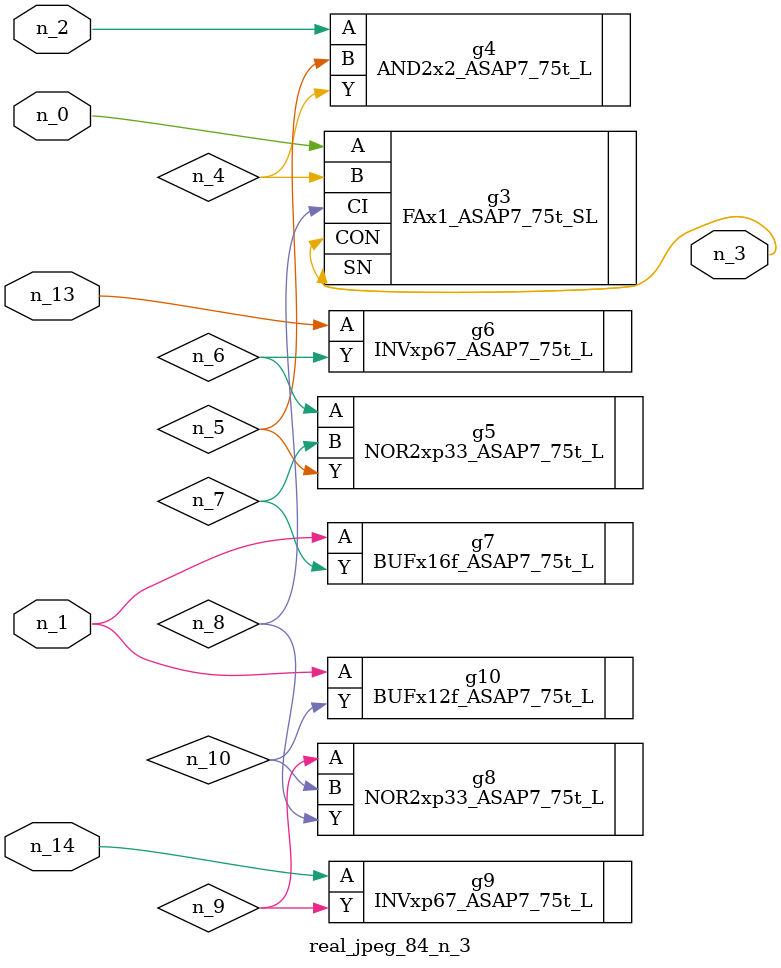
<source format=v>
module real_jpeg_84_n_3 (n_0, n_1, n_14, n_2, n_13, n_3);

input n_0;
input n_1;
input n_14;
input n_2;
input n_13;

output n_3;

wire n_5;
wire n_8;
wire n_4;
wire n_6;
wire n_7;
wire n_10;
wire n_9;

FAx1_ASAP7_75t_SL g3 ( 
.A(n_0),
.B(n_4),
.CI(n_8),
.CON(n_3),
.SN(n_3)
);

BUFx16f_ASAP7_75t_L g7 ( 
.A(n_1),
.Y(n_7)
);

BUFx12f_ASAP7_75t_L g10 ( 
.A(n_1),
.Y(n_10)
);

AND2x2_ASAP7_75t_L g4 ( 
.A(n_2),
.B(n_5),
.Y(n_4)
);

NOR2xp33_ASAP7_75t_L g5 ( 
.A(n_6),
.B(n_7),
.Y(n_5)
);

NOR2xp33_ASAP7_75t_L g8 ( 
.A(n_9),
.B(n_10),
.Y(n_8)
);

INVxp67_ASAP7_75t_L g6 ( 
.A(n_13),
.Y(n_6)
);

INVxp67_ASAP7_75t_L g9 ( 
.A(n_14),
.Y(n_9)
);


endmodule
</source>
